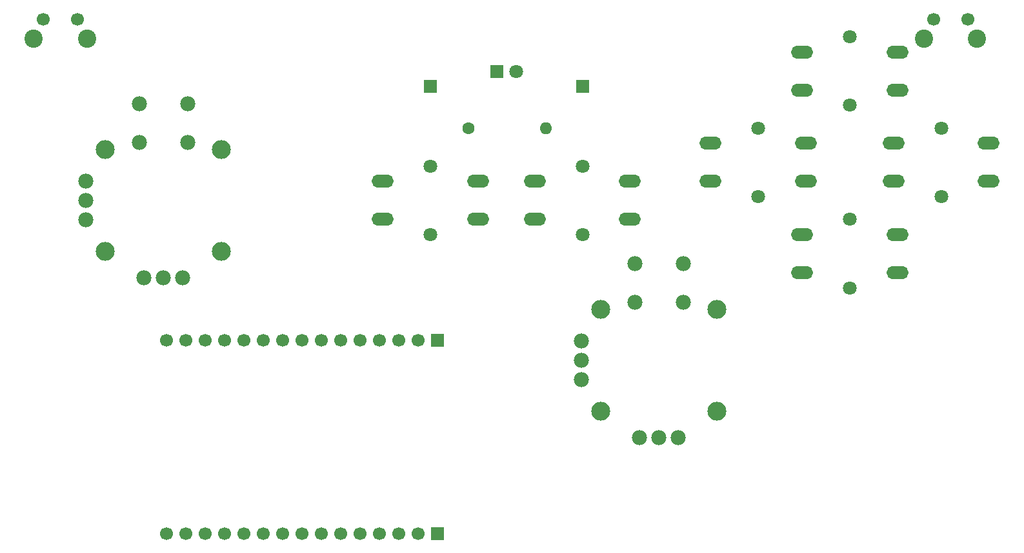
<source format=gts>
%TF.GenerationSoftware,KiCad,Pcbnew,9.0.1*%
%TF.CreationDate,2025-05-25T22:24:14+01:00*%
%TF.ProjectId,Controller,436f6e74-726f-46c6-9c65-722e6b696361,rev?*%
%TF.SameCoordinates,Original*%
%TF.FileFunction,Soldermask,Top*%
%TF.FilePolarity,Negative*%
%FSLAX46Y46*%
G04 Gerber Fmt 4.6, Leading zero omitted, Abs format (unit mm)*
G04 Created by KiCad (PCBNEW 9.0.1) date 2025-05-25 22:24:14*
%MOMM*%
%LPD*%
G01*
G04 APERTURE LIST*
%ADD10C,1.800000*%
%ADD11O,2.900000X1.700000*%
%ADD12R,1.700000X1.700000*%
%ADD13C,1.700000*%
%ADD14C,2.400000*%
%ADD15C,1.981200*%
%ADD16C,2.489200*%
%ADD17R,1.800000X1.800000*%
%ADD18C,1.600000*%
%ADD19O,1.600000X1.600000*%
G04 APERTURE END LIST*
D10*
%TO.C,SW8*%
X159079452Y-63520108D03*
X159079452Y-72520108D03*
D11*
X152829452Y-65520108D03*
X165329452Y-65520108D03*
X152829452Y-70520108D03*
X165329452Y-70520108D03*
%TD*%
D12*
%TO.C,J5*%
X160020000Y-86360000D03*
D13*
X157480000Y-86360000D03*
X154940000Y-86360000D03*
X152400000Y-86360000D03*
X149860000Y-86360000D03*
X147320000Y-86360000D03*
X144780000Y-86360000D03*
X142240000Y-86360000D03*
X139700000Y-86360000D03*
X137160000Y-86360000D03*
X134620000Y-86360000D03*
X132080000Y-86360000D03*
X129540000Y-86360000D03*
X127000000Y-86360000D03*
X124460000Y-86360000D03*
%TD*%
D12*
%TO.C,J2*%
X160020000Y-111760000D03*
D13*
X157480000Y-111760000D03*
X154940000Y-111760000D03*
X152400000Y-111760000D03*
X149860000Y-111760000D03*
X147320000Y-111760000D03*
X144780000Y-111760000D03*
X142240000Y-111760000D03*
X139700000Y-111760000D03*
X137160000Y-111760000D03*
X134620000Y-111760000D03*
X132080000Y-111760000D03*
X129540000Y-111760000D03*
X127000000Y-111760000D03*
X124460000Y-111760000D03*
%TD*%
D14*
%TO.C,SW5*%
X223829999Y-46755000D03*
X230829999Y-46755000D03*
D13*
X225079999Y-44255000D03*
X229579999Y-44255000D03*
%TD*%
D10*
%TO.C,SW3*%
X214094180Y-70520108D03*
X214094180Y-79520108D03*
D11*
X207844180Y-72520108D03*
X220344180Y-72520108D03*
X207844180Y-77520108D03*
X220344180Y-77520108D03*
%TD*%
D10*
%TO.C,SW4*%
X202094180Y-58520108D03*
X202094180Y-67520108D03*
D11*
X195844180Y-60520108D03*
X208344180Y-60520108D03*
X195844180Y-65520108D03*
X208344180Y-65520108D03*
%TD*%
D15*
%TO.C,RV2*%
X178895452Y-86480108D03*
X178895452Y-89020108D03*
X178895452Y-91560108D03*
X186515452Y-99180108D03*
X189055452Y-99180108D03*
X191595452Y-99180108D03*
X185880452Y-76320108D03*
X192230452Y-76320108D03*
X185880452Y-81400108D03*
X192230452Y-81400108D03*
D16*
X181435452Y-82352608D03*
X181435452Y-95687608D03*
X196675452Y-82352608D03*
X196675452Y-95687608D03*
%TD*%
D14*
%TO.C,SW6*%
X107005452Y-46755000D03*
X114005452Y-46755000D03*
D13*
X108255452Y-44255000D03*
X112755452Y-44255000D03*
%TD*%
D12*
%TO.C,J3*%
X179055452Y-53020108D03*
%TD*%
D15*
%TO.C,RV1*%
X113895452Y-65480108D03*
X113895452Y-68020108D03*
X113895452Y-70560108D03*
X121515452Y-78180108D03*
X124055452Y-78180108D03*
X126595452Y-78180108D03*
X120880452Y-55320108D03*
X127230452Y-55320108D03*
X120880452Y-60400108D03*
X127230452Y-60400108D03*
D16*
X116435452Y-61352608D03*
X116435452Y-74687608D03*
X131675452Y-61352608D03*
X131675452Y-74687608D03*
%TD*%
D17*
%TO.C,D1*%
X167805729Y-51087338D03*
D10*
X170345729Y-51087338D03*
%TD*%
%TO.C,SW2*%
X226094180Y-58520108D03*
X226094180Y-67520108D03*
D11*
X219844180Y-60520108D03*
X232344180Y-60520108D03*
X219844180Y-65520108D03*
X232344180Y-65520108D03*
%TD*%
D18*
%TO.C,R1*%
X164055729Y-58587338D03*
D19*
X174215729Y-58587338D03*
%TD*%
D10*
%TO.C,SW7*%
X179031452Y-63520108D03*
X179031452Y-72520108D03*
D11*
X172781452Y-65520108D03*
X185281452Y-65520108D03*
X172781452Y-70520108D03*
X185281452Y-70520108D03*
%TD*%
D12*
%TO.C,J1*%
X159055452Y-53020108D03*
%TD*%
D10*
%TO.C,SW1*%
X214094180Y-46520108D03*
X214094180Y-55520108D03*
D11*
X207844180Y-48520108D03*
X220344180Y-48520108D03*
X207844180Y-53520108D03*
X220344180Y-53520108D03*
%TD*%
M02*

</source>
